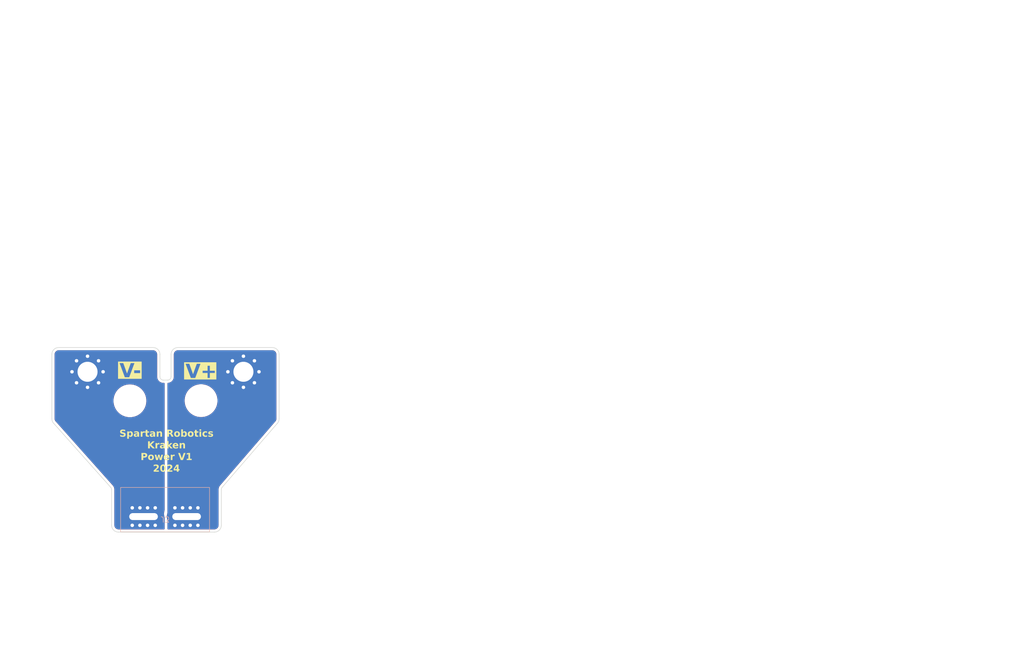
<source format=kicad_pcb>
(kicad_pcb (version 20221018) (generator pcbnew)
  (title_block (title "Kraker Power Adapter") (rev "1") (company "Spartan Robotics"))
  (layers (0 "F.Cu" signal) (1 "In1.Cu" signal) (2 "In2.Cu" signal) (31 "B.Cu" signal) (34 "B.Paste" user) (35 "F.Paste" user) (36 "B.SilkS" user "B.Silkscreen") (37 "F.SilkS" user "F.Silkscreen") (38 "B.Mask" user) (39 "F.Mask" user) (44 "Edge.Cuts" user))
  (net 0 "")
  (net 1 "/Vbat+")
  (net 2 "/Vbat-")
  (footprint "MountingHole:MountingHole_5mm" (layer "F.Cu") (at 99.7458 110.3884)
    (fp_text reference "H1" hide)
    (fp_text value "CAN Screw Clearance Hole")
    (pad "" np_thru_hole circle (at 0 0) (size 5 5) (drill 5) (layers "*.Cu" "*.Mask"))
  )
  (footprint "kraken-adapter:ScrewTerminal-#6" (layer "F.Cu") (at 91.9988 105.0798)
    (fp_text reference "J2" (at 0 -0.5 unlocked) (layer "F.SilkS") (effects (font (thickness 0.1))))
    (fp_text value "Vbat-")
    (pad "1" thru_hole circle (at -2.8448 0) (size 1.016 1.016) (drill 0.635) (layers "*.Cu" "*.Mask") (net 2 "/Vbat-"))
    (pad "1" thru_hole circle (at -2.011577 -2.011577 45) (size 1.016 1.016) (drill 0.635) (layers "*.Cu" "*.Mask") (net 2 "/Vbat-"))
    (pad "1" thru_hole circle (at -2.011577 2.011577 45) (size 1.016 1.016) (drill 0.635) (layers "*.Cu" "*.Mask") (net 2 "/Vbat-"))
    (pad "1" thru_hole circle (at 0 -2.8448) (size 1.016 1.016) (drill 0.635) (layers "*.Cu" "*.Mask") (net 2 "/Vbat-"))
    (pad "1" thru_hole circle (at 0 0) (size 7.874 7.874) (drill 3.6576) (layers "*.Cu" "*.Mask") (net 2 "/Vbat-"))
    (pad "1" thru_hole circle (at 0 2.8448) (size 1.016 1.016) (drill 0.635) (layers "*.Cu" "*.Mask") (net 2 "/Vbat-"))
    (pad "1" thru_hole circle (at 2.011577 -2.011577 45) (size 1.016 1.016) (drill 0.635) (layers "*.Cu" "*.Mask") (net 2 "/Vbat-"))
    (pad "1" thru_hole circle (at 2.011577 2.011577 45) (size 1.016 1.016) (drill 0.635) (layers "*.Cu" "*.Mask") (net 2 "/Vbat-"))
    (pad "1" thru_hole circle (at 2.8448 0) (size 1.016 1.016) (drill 0.635) (layers "*.Cu" "*.Mask") (net 2 "/Vbat-"))
  )
  (footprint "MountingHole:MountingHole_5mm" (layer "F.Cu") (at 112.7506 110.363)
    (fp_text reference "H2" hide)
    (fp_text value "CAN Screw Clearance Hole")
    (pad "" np_thru_hole circle (at 0 0) (size 5 5) (drill 5) (layers "*.Cu" "*.Mask"))
  )
  (footprint "kraken-adapter:ScrewTerminal-#6" (layer "F.Cu") (at 120.4976 105.0798)
    (fp_text reference "J1" (at 0 -0.5 unlocked) (layer "F.SilkS") (effects (font (thickness 0.1))))
    (fp_text value "Vbat+")
    (pad "1" thru_hole circle (at -2.8448 0) (size 1.016 1.016) (drill 0.635) (layers "*.Cu" "*.Mask") (net 1 "/Vbat+"))
    (pad "1" thru_hole circle (at -2.011577 -2.011577 45) (size 1.016 1.016) (drill 0.635) (layers "*.Cu" "*.Mask") (net 1 "/Vbat+"))
    (pad "1" thru_hole circle (at -2.011577 2.011577 45) (size 1.016 1.016) (drill 0.635) (layers "*.Cu" "*.Mask") (net 1 "/Vbat+"))
    (pad "1" thru_hole circle (at 0 -2.8448) (size 1.016 1.016) (drill 0.635) (layers "*.Cu" "*.Mask") (net 1 "/Vbat+"))
    (pad "1" thru_hole circle (at 0 0) (size 7.874 7.874) (drill 3.6576) (layers "*.Cu" "*.Mask") (net 1 "/Vbat+"))
    (pad "1" thru_hole circle (at 0 2.8448) (size 1.016 1.016) (drill 0.635) (layers "*.Cu" "*.Mask") (net 1 "/Vbat+"))
    (pad "1" thru_hole circle (at 2.011577 -2.011577 45) (size 1.016 1.016) (drill 0.635) (layers "*.Cu" "*.Mask") (net 1 "/Vbat+"))
    (pad "1" thru_hole circle (at 2.011577 2.011577 45) (size 1.016 1.016) (drill 0.635) (layers "*.Cu" "*.Mask") (net 1 "/Vbat+"))
    (pad "1" thru_hole circle (at 2.8448 0) (size 1.016 1.016) (drill 0.635) (layers "*.Cu" "*.Mask") (net 1 "/Vbat+"))
  )
  (footprint "kraken-adapter:Dual-side-by-side-1335G1" (layer "B.Cu") (at 106.172 131.572)
    (fp_text reference "J3" (at 0 0.5 -180 unlocked) (layer "B.SilkS") (effects (font (thickness 0.1)) (justify mirror)))
    (fp_text value "Vbat PP15-45")
    (fp_rect (start -8.128 2.794) (end 8.128 -5.334) (stroke (width 0.1)) (fill none) (layer "B.SilkS"))
    (pad "1" thru_hole circle (at -6 -1.6) (size 1.016 1.016) (drill 0.635) (layers "*.Cu" "*.Mask") (net 2 "/Vbat-"))
    (pad "1" thru_hole circle (at -6 1.6) (size 1.016 1.016) (drill 0.635) (layers "*.Cu" "*.Mask") (net 2 "/Vbat-"))
    (pad "1" thru_hole circle (at -4.6 -1.6) (size 1.016 1.016) (drill 0.635) (layers "*.Cu" "*.Mask") (net 2 "/Vbat-"))
    (pad "1" thru_hole circle (at -4.6 1.6) (size 1.016 1.016) (drill 0.635) (layers "*.Cu" "*.Mask") (net 2 "/Vbat-"))
    (pad "1" thru_hole oval (at -3.937 0) (size 7.239 3.302) (drill oval 5.2324 1.27) (layers "*.Cu" "*.Mask") (net 2 "/Vbat-"))
    (pad "1" thru_hole circle (at -3.2 -1.6) (size 1.016 1.016) (drill 0.635) (layers "*.Cu" "*.Mask") (net 2 "/Vbat-"))
    (pad "1" thru_hole circle (at -3.2 1.6) (size 1.016 1.016) (drill 0.635) (layers "*.Cu" "*.Mask") (net 2 "/Vbat-"))
    (pad "1" thru_hole circle (at -1.8 -1.6) (size 1.016 1.016) (drill 0.635) (layers "*.Cu" "*.Mask") (net 2 "/Vbat-"))
    (pad "1" thru_hole circle (at -1.8 1.6) (size 1.016 1.016) (drill 0.635) (layers "*.Cu" "*.Mask") (net 2 "/Vbat-"))
    (pad "2" thru_hole circle (at 1.8 -1.6) (size 1.016 1.016) (drill 0.635) (layers "*.Cu" "*.Mask") (net 1 "/Vbat+"))
    (pad "2" thru_hole circle (at 1.8 1.6) (size 1.016 1.016) (drill 0.635) (layers "*.Cu" "*.Mask") (net 1 "/Vbat+"))
    (pad "2" thru_hole circle (at 3.2 -1.6) (size 1.016 1.016) (drill 0.635) (layers "*.Cu" "*.Mask") (net 1 "/Vbat+"))
    (pad "2" thru_hole circle (at 3.2 1.6) (size 1.016 1.016) (drill 0.635) (layers "*.Cu" "*.Mask") (net 1 "/Vbat+"))
    (pad "2" thru_hole oval (at 3.937 0) (size 7.239 3.302) (drill oval 5.2324 1.27) (layers "*.Cu" "*.Mask") (net 1 "/Vbat+"))
    (pad "2" thru_hole circle (at 4.6 -1.6) (size 1.016 1.016) (drill 0.635) (layers "*.Cu" "*.Mask") (net 1 "/Vbat+"))
    (pad "2" thru_hole circle (at 4.6 1.6) (size 1.016 1.016) (drill 0.635) (layers "*.Cu" "*.Mask") (net 1 "/Vbat+"))
    (pad "2" thru_hole circle (at 6 -1.6) (size 1.016 1.016) (drill 0.635) (layers "*.Cu" "*.Mask") (net 1 "/Vbat+"))
    (pad "2" thru_hole circle (at 6 1.6) (size 1.016 1.016) (drill 0.635) (layers "*.Cu" "*.Mask") (net 1 "/Vbat+"))
  )
  (gr_arc (start 125.7554 100.6348) (mid 126.653426 101.006774) (end 127.0254 101.9048) (stroke (width 0.1)) (layer "Edge.Cuts"))
  (gr_line (start 126.620662 114.600512) (end 116.613106 126.205814) (stroke (width 0.1)) (layer "Edge.Cuts"))
  (gr_line (start 86.741 100.6348) (end 103.9622 100.6348) (stroke (width 0.1)) (layer "Edge.Cuts"))
  (gr_arc (start 105.8672 106.6038) (mid 105.418187 106.417813) (end 105.2322 105.9688) (stroke (width 0.1)) (layer "Edge.Cuts"))
  (gr_arc (start 107.2642 101.9048) (mid 107.636174 101.006774) (end 108.5342 100.6348) (stroke (width 0.1)) (layer "Edge.Cuts"))
  (gr_line (start 116.459 133.1468) (end 116.459 126.620502) (stroke (width 0.1)) (layer "Edge.Cuts"))
  (gr_arc (start 97.663 134.4168) (mid 96.764974 134.044826) (end 96.393 133.1468) (stroke (width 0.1)) (layer "Edge.Cuts"))
  (gr_line (start 97.663 134.4168) (end 115.189 134.4168) (stroke (width 0.1)) (layer "Edge.Cuts"))
  (gr_arc (start 127.0254 113.670876) (mid 126.919827 114.177836) (end 126.620662 114.600512) (stroke (width 0.1)) (layer "Edge.Cuts"))
  (gr_arc (start 103.9622 100.6348) (mid 104.860226 101.006774) (end 105.2322 101.9048) (stroke (width 0.1)) (layer "Edge.Cuts"))
  (gr_arc (start 85.471 101.9048) (mid 85.842974 101.006774) (end 86.741 100.6348) (stroke (width 0.1)) (layer "Edge.Cuts"))
  (gr_arc (start 107.2642 105.9688) (mid 107.078213 106.417813) (end 106.6292 106.6038) (stroke (width 0.1)) (layer "Edge.Cuts"))
  (gr_arc (start 85.888843 114.601927) (mid 85.580163 114.175365) (end 85.471 113.660265) (stroke (width 0.1)) (layer "Edge.Cuts"))
  (gr_line (start 85.471 101.9048) (end 85.471 113.660265) (stroke (width 0.1)) (layer "Edge.Cuts"))
  (gr_arc (start 116.459 126.620502) (mid 116.498771 126.399303) (end 116.613106 126.205814) (stroke (width 0.1)) (layer "Edge.Cuts"))
  (gr_arc (start 116.459 133.1468) (mid 116.087026 134.044826) (end 115.189 134.4168) (stroke (width 0.1)) (layer "Edge.Cuts"))
  (gr_line (start 108.5342 100.6348) (end 125.7554 100.6348) (stroke (width 0.1)) (layer "Edge.Cuts"))
  (gr_line (start 96.393 133.1468) (end 96.393 126.636928) (stroke (width 0.1)) (layer "Edge.Cuts"))
  (gr_line (start 85.888843 114.601927) (end 96.232179 126.214579) (stroke (width 0.1)) (layer "Edge.Cuts"))
  (gr_line (start 107.2642 101.9048) (end 107.2642 105.9688) (stroke (width 0.1)) (layer "Edge.Cuts"))
  (gr_arc (start 96.232179 126.214579) (mid 96.351425 126.410964) (end 96.393 126.636928) (stroke (width 0.1)) (layer "Edge.Cuts"))
  (gr_line (start 105.2322 101.9048) (end 105.2322 105.9688) (stroke (width 0.1)) (layer "Edge.Cuts"))
  (gr_line (start 127.0254 101.9048) (end 127.0254 113.670876) (stroke (width 0.1)) (layer "Edge.Cuts"))
  (gr_line (start 105.8672 106.6038) (end 106.6292 106.6038) (stroke (width 0.1)) (layer "Edge.Cuts"))
  (gr_text "V+" (at 112.776 105.156) (layer "F.SilkS" knockout) (effects (font (size 2.54 2.54) (thickness 0.4064) bold)))
  (gr_text "V-" (at 99.822 105.029) (layer "F.SilkS" knockout) (effects (font (size 2.54 2.54) (thickness 0.4064) bold)))
  (gr_text "Spartan Robotics\nKraken\nPower V1\n2024" (at 106.426 119.634) (layer "F.SilkS") (effects (font (size 1.27 1.27) (thickness 0.254) bold)))
  (segment (start 120.4976 105.0798) (end 120.4976 102.3112) (width 0.2) (layer "F.Cu") (net 1))
  (zone (net 1) (net_name "/Vbat+") (layers "F.Cu" "In1.Cu" "In2.Cu" "B.Cu") (priority 1) (connect_pads yes (clearance 0.508)) (min_thickness 0.2286) (fill yes (thermal_gap 0.5) (thermal_bridge_width 0.5))
    (polygon (pts (xy 127.0254 100.9904) (xy 107.2642 100.9904) (xy 107.2642 105.9688) (xy 106.6038 106.299) (xy 106.6038 134.0612) (xy 116.5098 134.3152) (xy 116.4844 126.2126) (xy 127.0762 114.2492)))
  )
  (zone (net 2) (net_name "/Vbat-") (layers "F.Cu" "In1.Cu" "In2.Cu" "B.Cu") (connect_pads yes (clearance 0.508)) (min_thickness 0.2286) (fill yes (thermal_gap 0.5) (thermal_bridge_width 0.5))
    (polygon (pts (xy 85.471 101.0158) (xy 105.2322 101.0158) (xy 105.2322 105.9942) (xy 106.1974 106.5784) (xy 106.1974 134.3406) (xy 96.3676 134.3406) (xy 96.393 126.238) (xy 85.4202 114.2746)))
  )
)
</source>
